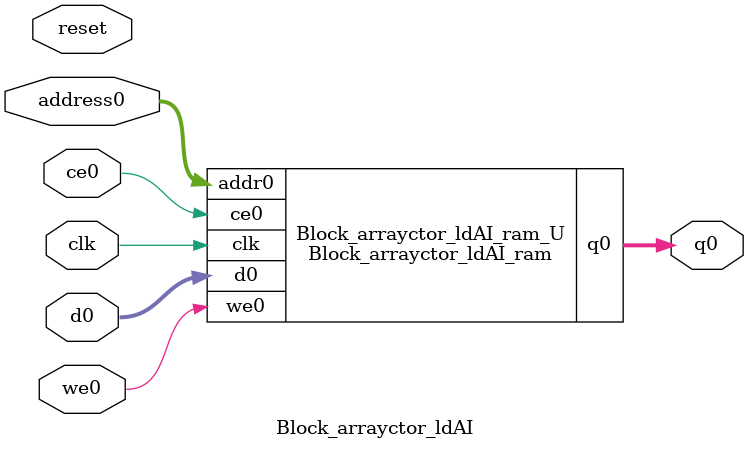
<source format=v>
`timescale 1 ns / 1 ps
module Block_arrayctor_ldAI_ram (addr0, ce0, d0, we0, q0,  clk);

parameter DWIDTH = 4;
parameter AWIDTH = 6;
parameter MEM_SIZE = 64;

input[AWIDTH-1:0] addr0;
input ce0;
input[DWIDTH-1:0] d0;
input we0;
output reg[DWIDTH-1:0] q0;
input clk;

(* ram_style = "distributed" *)reg [DWIDTH-1:0] ram[0:MEM_SIZE-1];




always @(posedge clk)  
begin 
    if (ce0) begin
        if (we0) 
            ram[addr0] <= d0; 
        q0 <= ram[addr0];
    end
end


endmodule

`timescale 1 ns / 1 ps
module Block_arrayctor_ldAI(
    reset,
    clk,
    address0,
    ce0,
    we0,
    d0,
    q0);

parameter DataWidth = 32'd4;
parameter AddressRange = 32'd64;
parameter AddressWidth = 32'd6;
input reset;
input clk;
input[AddressWidth - 1:0] address0;
input ce0;
input we0;
input[DataWidth - 1:0] d0;
output[DataWidth - 1:0] q0;



Block_arrayctor_ldAI_ram Block_arrayctor_ldAI_ram_U(
    .clk( clk ),
    .addr0( address0 ),
    .ce0( ce0 ),
    .we0( we0 ),
    .d0( d0 ),
    .q0( q0 ));

endmodule


</source>
